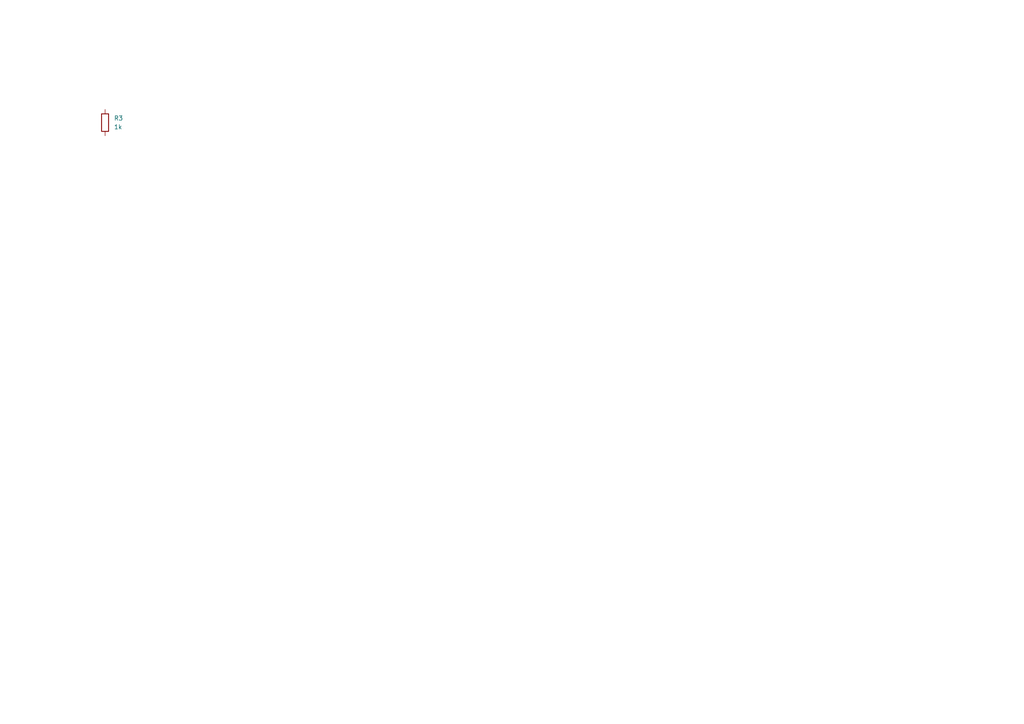
<source format=kicad_sch>
(kicad_sch (version 20250114) (generator "circuit_synth") (generator_version "0.8.36")
  (paper "A4")
  (title_block (title "multi_sheet_initial"))
  (lib_symbols
    (symbol "Device:R" (pin_numbers (hide yes)) (pin_names (offset 0))
      (property "Reference" "R" (at 2.032 0 90))
      (property "Value" "R" (at 0 0 90))
      (symbol "R_0_1"
        (rectangle (start -1.016 -2.54) (end 1.016 2.54) (stroke (width 0.254)))
      )
      (symbol "R_1_1"
        (pin passive line (at 0 3.81 270) (length 1.27) (name "~") (number "1"))
        (pin passive line (at 0 -3.81 90) (length 1.27) (name "~") (number "2"))
      )
    )
  )
  (symbol (lib_id "Device:R") (at 30.48 35.56 0) (unit 1)
    (property "Reference" "R3" (at 33.02 34.2899 0) (effects (justify left)))
    (property "Value" "1k" (at 33.02 36.8299 0) (effects (justify left)))
    (property "Footprint" "Resistor_SMD:R_0603_1608Metric" (effects (hide yes)))
    (property "hierarchy_path" "/621da191-e884-43f5-b6d2-22c50f872a9f/bbb4547b-fac1-4a8b-8898-979cc6856577" (effects (hide yes)))
    (property "project_name" "multi_sheet_initial" (effects (hide yes)))
    (property "root_uuid" "621da191-e884-43f5-b6d2-22c50f872a9f" (effects (hide yes)))
  )
)
</source>
